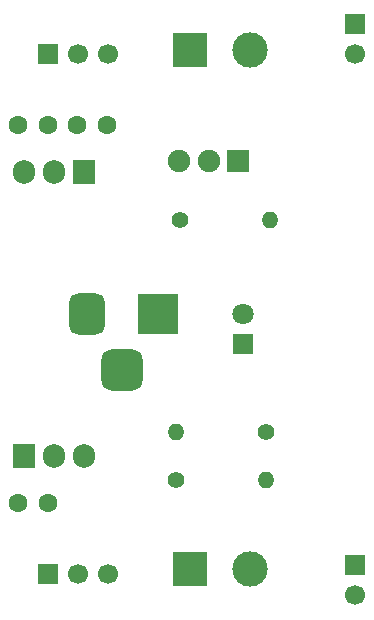
<source format=gbs>
%TF.GenerationSoftware,KiCad,Pcbnew,9.0.1*%
%TF.CreationDate,2025-05-19T12:27:27-03:00*%
%TF.ProjectId,Project_2_Breadboard_Power_Suppy,50726f6a-6563-4745-9f32-5f4272656164,rev?*%
%TF.SameCoordinates,Original*%
%TF.FileFunction,Soldermask,Bot*%
%TF.FilePolarity,Negative*%
%FSLAX46Y46*%
G04 Gerber Fmt 4.6, Leading zero omitted, Abs format (unit mm)*
G04 Created by KiCad (PCBNEW 9.0.1) date 2025-05-19 12:27:27*
%MOMM*%
%LPD*%
G01*
G04 APERTURE LIST*
G04 Aperture macros list*
%AMRoundRect*
0 Rectangle with rounded corners*
0 $1 Rounding radius*
0 $2 $3 $4 $5 $6 $7 $8 $9 X,Y pos of 4 corners*
0 Add a 4 corners polygon primitive as box body*
4,1,4,$2,$3,$4,$5,$6,$7,$8,$9,$2,$3,0*
0 Add four circle primitives for the rounded corners*
1,1,$1+$1,$2,$3*
1,1,$1+$1,$4,$5*
1,1,$1+$1,$6,$7*
1,1,$1+$1,$8,$9*
0 Add four rect primitives between the rounded corners*
20,1,$1+$1,$2,$3,$4,$5,0*
20,1,$1+$1,$4,$5,$6,$7,0*
20,1,$1+$1,$6,$7,$8,$9,0*
20,1,$1+$1,$8,$9,$2,$3,0*%
G04 Aperture macros list end*
%ADD10RoundRect,0.875000X-0.875000X-0.875000X0.875000X-0.875000X0.875000X0.875000X-0.875000X0.875000X0*%
%ADD11RoundRect,0.750000X-0.750000X-1.000000X0.750000X-1.000000X0.750000X1.000000X-0.750000X1.000000X0*%
%ADD12R,3.500000X3.500000*%
%ADD13R,1.700000X1.700000*%
%ADD14C,1.700000*%
%ADD15C,1.400000*%
%ADD16O,1.400000X1.400000*%
%ADD17R,3.000000X3.000000*%
%ADD18C,3.000000*%
%ADD19R,1.800000X1.800000*%
%ADD20C,1.800000*%
%ADD21C,1.600000*%
%ADD22R,1.905000X2.000000*%
%ADD23O,1.905000X2.000000*%
%ADD24R,1.900000X1.900000*%
%ADD25C,1.900000*%
G04 APERTURE END LIST*
D10*
%TO.C,J1*%
X130290000Y-76700000D03*
D11*
X127290000Y-72000000D03*
D12*
X133290000Y-72000000D03*
%TD*%
D13*
%TO.C,J6*%
X150000000Y-47460000D03*
D14*
X150000000Y-50000000D03*
%TD*%
D15*
%TO.C,R1*%
X135220000Y-64000000D03*
D16*
X142840000Y-64000000D03*
%TD*%
D17*
%TO.C,J2*%
X136000000Y-93570000D03*
D18*
X141080000Y-93570000D03*
%TD*%
D13*
%TO.C,J4*%
X124000000Y-94000000D03*
D14*
X126540000Y-94000000D03*
X129080000Y-94000000D03*
%TD*%
D19*
%TO.C,D1*%
X140500000Y-74540000D03*
D20*
X140500000Y-72000000D03*
%TD*%
D21*
%TO.C,C1*%
X129000000Y-56000000D03*
X126500000Y-56000000D03*
%TD*%
D13*
%TO.C,J3*%
X150000000Y-93250000D03*
D14*
X150000000Y-95790000D03*
%TD*%
D15*
%TO.C,R3*%
X142485000Y-82000000D03*
D16*
X134865000Y-82000000D03*
%TD*%
D13*
%TO.C,J7*%
X124000000Y-50000000D03*
D14*
X126540000Y-50000000D03*
X129080000Y-50000000D03*
%TD*%
D21*
%TO.C,C3*%
X124000000Y-56000000D03*
X121500000Y-56000000D03*
%TD*%
%TO.C,C2*%
X124000000Y-88000000D03*
X121500000Y-88000000D03*
%TD*%
D22*
%TO.C,U2*%
X127080000Y-60000000D03*
D23*
X124540000Y-60000000D03*
X122000000Y-60000000D03*
%TD*%
D24*
%TO.C,S1*%
X140120000Y-59000000D03*
D25*
X137620000Y-59000000D03*
X135120000Y-59000000D03*
%TD*%
D15*
%TO.C,R2*%
X134865000Y-86000000D03*
D16*
X142485000Y-86000000D03*
%TD*%
D22*
%TO.C,U1*%
X122000000Y-84000000D03*
D23*
X124540000Y-84000000D03*
X127080000Y-84000000D03*
%TD*%
D17*
%TO.C,J5*%
X136000000Y-49600000D03*
D18*
X141080000Y-49600000D03*
%TD*%
M02*

</source>
